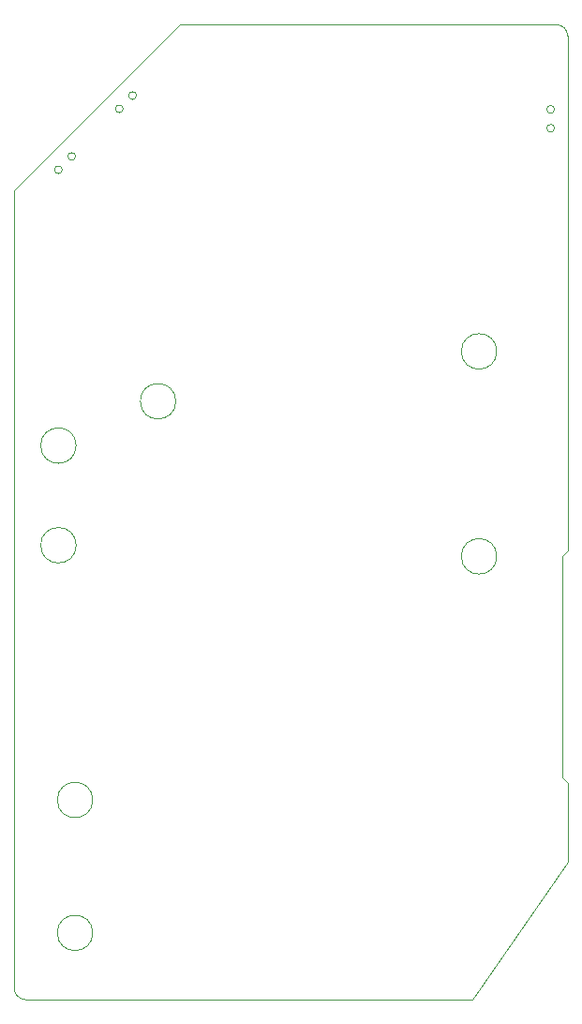
<source format=gbr>
G04 #@! TF.GenerationSoftware,KiCad,Pcbnew,(6.0.1-0)*
G04 #@! TF.CreationDate,2022-10-06T15:49:35-04:00*
G04 #@! TF.ProjectId,mobo,6d6f626f-2e6b-4696-9361-645f70636258,rev?*
G04 #@! TF.SameCoordinates,Original*
G04 #@! TF.FileFunction,Profile,NP*
%FSLAX46Y46*%
G04 Gerber Fmt 4.6, Leading zero omitted, Abs format (unit mm)*
G04 Created by KiCad (PCBNEW (6.0.1-0)) date 2022-10-06 15:49:35*
%MOMM*%
%LPD*%
G01*
G04 APERTURE LIST*
G04 #@! TA.AperFunction,Profile*
%ADD10C,0.050000*%
G04 #@! TD*
G04 #@! TA.AperFunction,Profile*
%ADD11C,0.120000*%
G04 #@! TD*
G04 APERTURE END LIST*
D10*
X82300000Y-118000000D02*
G75*
G03*
X83300000Y-119000000I1000000J0D01*
G01*
X106750000Y-119000000D02*
X83300000Y-119000000D01*
X106750000Y-119000000D02*
X123700000Y-119000000D01*
X132300000Y-99500000D02*
X132300000Y-106600000D01*
X125900000Y-60500000D02*
G75*
G03*
X125900000Y-60500000I-1600000J0D01*
G01*
X131800000Y-99000000D02*
X131800000Y-79000000D01*
X96900000Y-65000000D02*
G75*
G03*
X96900000Y-65000000I-1600000J0D01*
G01*
X82300000Y-46000000D02*
X82300000Y-118000000D01*
X125900000Y-79000000D02*
G75*
G03*
X125900000Y-79000000I-1600000J0D01*
G01*
X131800000Y-79000000D02*
X132300000Y-78500000D01*
X89400000Y-101000000D02*
G75*
G03*
X89400000Y-101000000I-1600000J0D01*
G01*
X87900000Y-69000000D02*
G75*
G03*
X87900000Y-69000000I-1600000J0D01*
G01*
X132300000Y-32000000D02*
X132300000Y-78500000D01*
X87900000Y-78000000D02*
G75*
G03*
X87900000Y-78000000I-1600000J0D01*
G01*
X131800000Y-99000000D02*
X132300000Y-99500000D01*
X89400000Y-113000000D02*
G75*
G03*
X89400000Y-113000000I-1600000J0D01*
G01*
X131300000Y-31000000D02*
X97300000Y-31000000D01*
X132300000Y-32000000D02*
G75*
G03*
X131300000Y-31000000I-999999J1D01*
G01*
X132300000Y-106600000D02*
X123700000Y-119000000D01*
X82300000Y-46000000D02*
X97300000Y-31000000D01*
D11*
X131120000Y-40350000D02*
G75*
G03*
X131120000Y-40350000I-350000J0D01*
G01*
X131120000Y-38650000D02*
G75*
G03*
X131120000Y-38650000I-350000J0D01*
G01*
X92148960Y-38601041D02*
G75*
G03*
X92148960Y-38601041I-350001J0D01*
G01*
X93351040Y-37398959D02*
G75*
G03*
X93351040Y-37398959I-349999J0D01*
G01*
X87851040Y-42898959D02*
G75*
G03*
X87851040Y-42898959I-349999J0D01*
G01*
X86648960Y-44101041D02*
G75*
G03*
X86648960Y-44101041I-350001J0D01*
G01*
M02*

</source>
